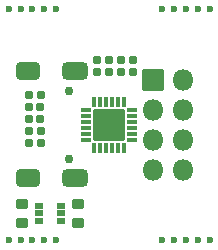
<source format=gbr>
%TF.GenerationSoftware,KiCad,Pcbnew,6.0.7+dfsg-1~bpo11+1*%
%TF.CreationDate,2022-10-12T07:12:05+00:00*%
%TF.ProjectId,0101-SERIAL-CP2102N,30313031-2d53-4455-9249-414c2d435032,V1.1*%
%TF.SameCoordinates,Original*%
%TF.FileFunction,Soldermask,Bot*%
%TF.FilePolarity,Negative*%
%FSLAX46Y46*%
G04 Gerber Fmt 4.6, Leading zero omitted, Abs format (unit mm)*
G04 Created by KiCad (PCBNEW 6.0.7+dfsg-1~bpo11+1) date 2022-10-12 07:12:05*
%MOMM*%
%LPD*%
G01*
G04 APERTURE LIST*
G04 Aperture macros list*
%AMRoundRect*
0 Rectangle with rounded corners*
0 $1 Rounding radius*
0 $2 $3 $4 $5 $6 $7 $8 $9 X,Y pos of 4 corners*
0 Add a 4 corners polygon primitive as box body*
4,1,4,$2,$3,$4,$5,$6,$7,$8,$9,$2,$3,0*
0 Add four circle primitives for the rounded corners*
1,1,$1+$1,$2,$3*
1,1,$1+$1,$4,$5*
1,1,$1+$1,$6,$7*
1,1,$1+$1,$8,$9*
0 Add four rect primitives between the rounded corners*
20,1,$1+$1,$2,$3,$4,$5,0*
20,1,$1+$1,$4,$5,$6,$7,0*
20,1,$1+$1,$6,$7,$8,$9,0*
20,1,$1+$1,$8,$9,$2,$3,0*%
G04 Aperture macros list end*
%ADD10C,0.600000*%
%ADD11C,0.750000*%
%ADD12RoundRect,0.400000X-0.700000X0.350000X-0.700000X-0.350000X0.700000X-0.350000X0.700000X0.350000X0*%
%ADD13RoundRect,0.400000X-0.650000X0.350000X-0.650000X-0.350000X0.650000X-0.350000X0.650000X0.350000X0*%
%ADD14RoundRect,0.050000X-0.850000X-0.850000X0.850000X-0.850000X0.850000X0.850000X-0.850000X0.850000X0*%
%ADD15O,1.800000X1.800000*%
%ADD16RoundRect,0.190000X0.170000X-0.140000X0.170000X0.140000X-0.170000X0.140000X-0.170000X-0.140000X0*%
%ADD17RoundRect,0.250000X0.275000X-0.200000X0.275000X0.200000X-0.275000X0.200000X-0.275000X-0.200000X0*%
%ADD18RoundRect,0.185000X0.135000X0.185000X-0.135000X0.185000X-0.135000X-0.185000X0.135000X-0.185000X0*%
%ADD19RoundRect,0.185000X-0.135000X-0.185000X0.135000X-0.185000X0.135000X0.185000X-0.135000X0.185000X0*%
%ADD20RoundRect,0.050000X0.325000X0.200000X-0.325000X0.200000X-0.325000X-0.200000X0.325000X-0.200000X0*%
%ADD21RoundRect,0.190000X0.140000X0.170000X-0.140000X0.170000X-0.140000X-0.170000X0.140000X-0.170000X0*%
%ADD22RoundRect,0.185000X0.185000X-0.135000X0.185000X0.135000X-0.185000X0.135000X-0.185000X-0.135000X0*%
%ADD23RoundRect,0.112500X-0.350000X-0.062500X0.350000X-0.062500X0.350000X0.062500X-0.350000X0.062500X0*%
%ADD24RoundRect,0.112500X-0.062500X-0.350000X0.062500X-0.350000X0.062500X0.350000X-0.062500X0.350000X0*%
%ADD25RoundRect,0.050000X-1.300000X-1.300000X1.300000X-1.300000X1.300000X1.300000X-1.300000X1.300000X0*%
%ADD26RoundRect,0.250000X-0.275000X0.200000X-0.275000X-0.200000X0.275000X-0.200000X0.275000X0.200000X0*%
G04 APERTURE END LIST*
D10*
%TO.C,REF\u002A\u002A*%
X14300000Y7705000D03*
X18300000Y7705000D03*
X15300000Y7705000D03*
X17300000Y7705000D03*
X16300000Y7705000D03*
%TD*%
%TO.C,REF\u002A\u002A*%
X4300000Y7705000D03*
X3300000Y7705000D03*
X1300000Y7705000D03*
X5300000Y7705000D03*
X2300000Y7705000D03*
%TD*%
D11*
%TO.C,J1*%
X6400000Y14600000D03*
X6400000Y20400000D03*
D12*
X6930000Y12975000D03*
D13*
X2950000Y22025000D03*
X2950000Y12975000D03*
D12*
X6930000Y22025000D03*
%TD*%
D14*
%TO.C,J2*%
X13525000Y21300000D03*
D15*
X16065000Y21300000D03*
X13525000Y18760000D03*
X16065000Y18760000D03*
X13525000Y16220000D03*
X16065000Y16220000D03*
X13525000Y13680000D03*
X16065000Y13680000D03*
%TD*%
D10*
%TO.C,REF\u002A\u002A*%
X4300000Y27295000D03*
X1300000Y27295000D03*
X2300000Y27295000D03*
X3300000Y27295000D03*
X5300000Y27295000D03*
%TD*%
%TO.C,REF\u002A\u002A*%
X18300000Y27295000D03*
X14300000Y27295000D03*
X15300000Y27295000D03*
X17300000Y27295000D03*
X16300000Y27295000D03*
%TD*%
D16*
%TO.C,C4*%
X8800000Y22000000D03*
X8800000Y22960000D03*
%TD*%
D17*
%TO.C,R9*%
X2450000Y9175000D03*
X2450000Y10825000D03*
%TD*%
D18*
%TO.C,R4*%
X4010000Y17000000D03*
X2990000Y17000000D03*
%TD*%
%TO.C,R5*%
X4010000Y16000000D03*
X2990000Y16000000D03*
%TD*%
D19*
%TO.C,R3*%
X2990000Y20000000D03*
X4010000Y20000000D03*
%TD*%
D20*
%TO.C,Q1*%
X5750000Y10650000D03*
X5750000Y10000000D03*
X5750000Y9350000D03*
X3850000Y9350000D03*
X3850000Y10000000D03*
X3850000Y10650000D03*
%TD*%
D16*
%TO.C,C2*%
X9800000Y22000000D03*
X9800000Y22960000D03*
%TD*%
D21*
%TO.C,C1*%
X3980000Y19000000D03*
X3020000Y19000000D03*
%TD*%
D22*
%TO.C,R1*%
X10800000Y22000000D03*
X10800000Y23020000D03*
%TD*%
D23*
%TO.C,U1*%
X7862500Y16250000D03*
X7862500Y16750000D03*
X7862500Y17250000D03*
X7862500Y17750000D03*
X7862500Y18250000D03*
X7862500Y18750000D03*
D24*
X8550000Y19437500D03*
X9050000Y19437500D03*
X9550000Y19437500D03*
X10050000Y19437500D03*
X10550000Y19437500D03*
X11050000Y19437500D03*
D23*
X11737500Y18750000D03*
X11737500Y18250000D03*
X11737500Y17750000D03*
X11737500Y17250000D03*
X11737500Y16750000D03*
X11737500Y16250000D03*
D24*
X11050000Y15562500D03*
X10550000Y15562500D03*
X10050000Y15562500D03*
X9550000Y15562500D03*
X9050000Y15562500D03*
X8550000Y15562500D03*
D25*
X9800000Y17500000D03*
%TD*%
D26*
%TO.C,R8*%
X7150000Y10825000D03*
X7150000Y9175000D03*
%TD*%
D21*
%TO.C,C3*%
X3980000Y18000000D03*
X3020000Y18000000D03*
%TD*%
D22*
%TO.C,R2*%
X11800000Y22000000D03*
X11800000Y23020000D03*
%TD*%
M02*

</source>
